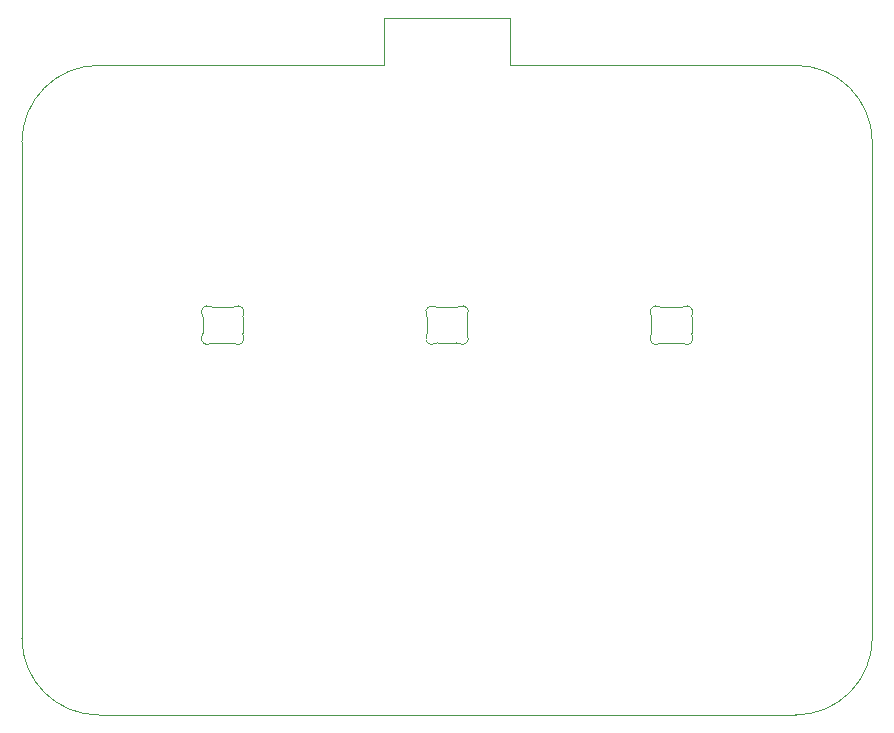
<source format=gbr>
%TF.GenerationSoftware,KiCad,Pcbnew,6.0.8-1.fc36*%
%TF.CreationDate,2022-10-23T10:59:50+02:00*%
%TF.ProjectId,muon,6d756f6e-2e6b-4696-9361-645f70636258,rev?*%
%TF.SameCoordinates,Original*%
%TF.FileFunction,Profile,NP*%
%FSLAX45Y45*%
G04 Gerber Fmt 4.5, Leading zero omitted, Abs format (unit mm)*
G04 Created by KiCad (PCBNEW 6.0.8-1.fc36) date 2022-10-23 10:59:50*
%MOMM*%
%LPD*%
G01*
G04 APERTURE LIST*
%TA.AperFunction,Profile*%
%ADD10C,0.100000*%
%TD*%
G04 APERTURE END LIST*
D10*
X15885000Y-5100000D02*
X14815000Y-5100000D01*
X14815000Y-5500000D02*
X12400000Y-5500000D01*
X18300000Y-5500000D02*
X15885000Y-5500000D01*
X18950000Y-6150000D02*
X18950000Y-10350000D01*
X14815000Y-5100000D02*
X14815000Y-5500000D01*
X15885000Y-5500000D02*
X15885000Y-5100000D01*
X18950000Y-6150000D02*
G75*
G03*
X18300000Y-5500000I-650000J0D01*
G01*
X12400000Y-11000000D02*
X18300000Y-11000000D01*
X12400000Y-5500000D02*
G75*
G03*
X11750000Y-6150000I0J-650000D01*
G01*
X18300000Y-11000000D02*
G75*
G03*
X18950000Y-10350000I0J650000D01*
G01*
X11750000Y-6150000D02*
X11750000Y-10350000D01*
X11750000Y-10350000D02*
G75*
G03*
X12400000Y-11000000I650000J0D01*
G01*
%TO.C,LED2*%
X15429445Y-7550000D02*
X15270555Y-7550000D01*
X15520000Y-7770284D02*
X15520000Y-7629716D01*
X15180000Y-7629716D02*
X15180000Y-7770284D01*
X15270555Y-7850000D02*
X15429445Y-7850000D01*
X15524948Y-7608028D02*
G75*
G03*
X15520000Y-7629716I45055J-21688D01*
G01*
X15245329Y-7543170D02*
G75*
G03*
X15270555Y-7550000I25226J43171D01*
G01*
X15429445Y-7550000D02*
G75*
G03*
X15454671Y-7543170I0J50001D01*
G01*
X15180000Y-7629716D02*
G75*
G03*
X15175052Y-7608028I-49999J0D01*
G01*
X15454671Y-7856830D02*
G75*
G03*
X15429445Y-7850000I-25226J-43171D01*
G01*
X15454671Y-7856830D02*
G75*
G03*
X15524948Y-7791972I25226J43170D01*
G01*
X15175052Y-7791972D02*
G75*
G03*
X15245329Y-7856830I45051J-21688D01*
G01*
X15520001Y-7770284D02*
G75*
G03*
X15524948Y-7791972I49939J-16D01*
G01*
X15270555Y-7850000D02*
G75*
G03*
X15245329Y-7856830I0J-50001D01*
G01*
X15175052Y-7791972D02*
G75*
G03*
X15180000Y-7770284I-45051J21688D01*
G01*
X15245329Y-7543170D02*
G75*
G03*
X15175052Y-7608028I-25226J-43170D01*
G01*
X15524948Y-7608028D02*
G75*
G03*
X15454671Y-7543170I-45051J21688D01*
G01*
%TO.C,LED1*%
X13620000Y-7770284D02*
X13620000Y-7629716D01*
X13529445Y-7550000D02*
X13370555Y-7550000D01*
X13280000Y-7629716D02*
X13280000Y-7770284D01*
X13370555Y-7850000D02*
X13529445Y-7850000D01*
X13554671Y-7856830D02*
G75*
G03*
X13529445Y-7850000I-25226J-43171D01*
G01*
X13624948Y-7608028D02*
G75*
G03*
X13620000Y-7629716I45055J-21688D01*
G01*
X13345329Y-7543170D02*
G75*
G03*
X13275052Y-7608028I-25226J-43170D01*
G01*
X13554671Y-7856830D02*
G75*
G03*
X13624948Y-7791972I25226J43170D01*
G01*
X13280000Y-7629716D02*
G75*
G03*
X13275052Y-7608028I-49999J0D01*
G01*
X13370555Y-7850000D02*
G75*
G03*
X13345329Y-7856830I0J-50001D01*
G01*
X13345329Y-7543170D02*
G75*
G03*
X13370555Y-7550000I25226J43171D01*
G01*
X13620001Y-7770284D02*
G75*
G03*
X13624948Y-7791972I49939J-16D01*
G01*
X13275052Y-7791972D02*
G75*
G03*
X13345329Y-7856830I45051J-21688D01*
G01*
X13529445Y-7550000D02*
G75*
G03*
X13554671Y-7543170I0J50001D01*
G01*
X13624948Y-7608028D02*
G75*
G03*
X13554671Y-7543170I-45051J21688D01*
G01*
X13275052Y-7791972D02*
G75*
G03*
X13280000Y-7770284I-45051J21688D01*
G01*
%TO.C,LED3*%
X17420000Y-7770284D02*
X17420000Y-7629716D01*
X17170555Y-7850000D02*
X17329445Y-7850000D01*
X17080000Y-7629716D02*
X17080000Y-7770284D01*
X17329445Y-7550000D02*
X17170555Y-7550000D01*
X17080000Y-7629716D02*
G75*
G03*
X17075052Y-7608028I-49999J0D01*
G01*
X17329445Y-7550000D02*
G75*
G03*
X17354671Y-7543170I0J50001D01*
G01*
X17424948Y-7608028D02*
G75*
G03*
X17354671Y-7543170I-45051J21688D01*
G01*
X17354671Y-7856830D02*
G75*
G03*
X17424948Y-7791972I25226J43170D01*
G01*
X17170555Y-7850000D02*
G75*
G03*
X17145329Y-7856830I0J-50001D01*
G01*
X17075052Y-7791972D02*
G75*
G03*
X17080000Y-7770284I-45051J21688D01*
G01*
X17354671Y-7856830D02*
G75*
G03*
X17329445Y-7850000I-25226J-43171D01*
G01*
X17145329Y-7543170D02*
G75*
G03*
X17075052Y-7608028I-25226J-43170D01*
G01*
X17424948Y-7608028D02*
G75*
G03*
X17420000Y-7629716I45055J-21688D01*
G01*
X17075052Y-7791972D02*
G75*
G03*
X17145329Y-7856830I45051J-21688D01*
G01*
X17420001Y-7770284D02*
G75*
G03*
X17424948Y-7791972I49939J-16D01*
G01*
X17145329Y-7543170D02*
G75*
G03*
X17170555Y-7550000I25226J43171D01*
G01*
%TD*%
M02*

</source>
